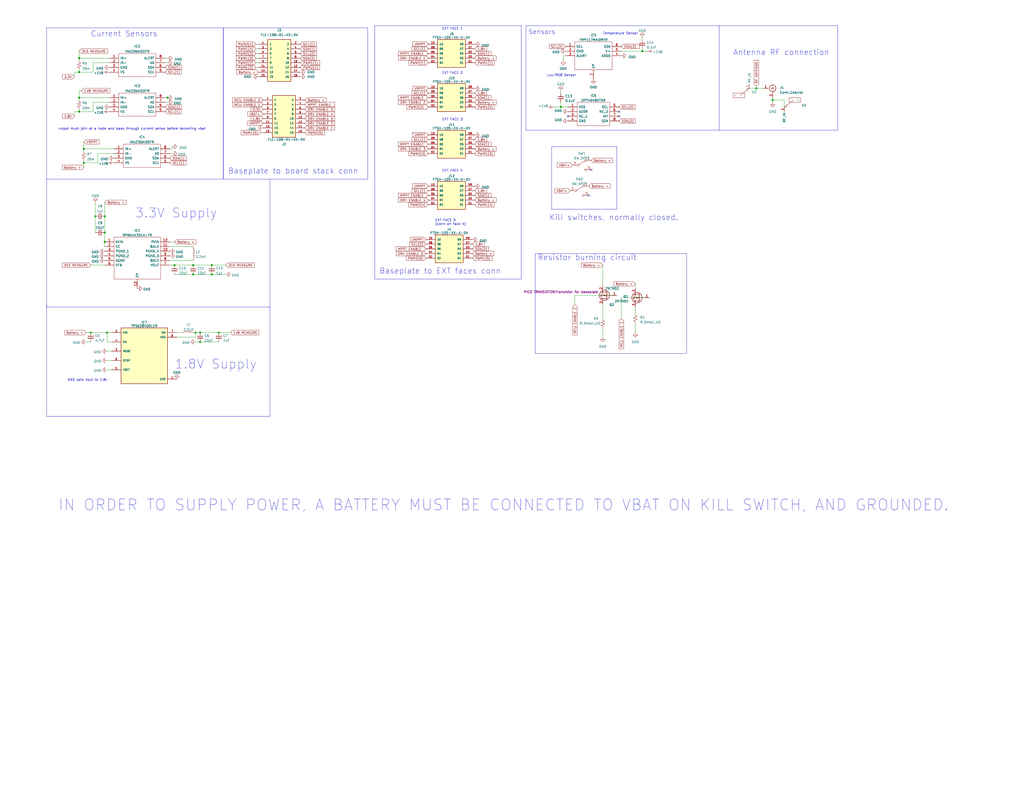
<source format=kicad_sch>
(kicad_sch (version 20230121) (generator eeschema)
  (paper "C")
  (junction (at 115.57 144.78))
  (junction (at 52.07 118.11))
  (junction (at 45.72 81.28))
  (junction (at 109.22 186.69))
  (junction (at 105.41 144.78))
  (junction (at 91.44 53.34))
  (junction (at 95.25 144.78))
  (junction (at 421.64 54.61))
  (junction (at 57.15 132.08))
  (junction (at 106.68 181.61))
  (junction (at 57.15 118.11))
  (junction (at 57.15 127))
  (junction (at 58.42 181.61))
  (junction (at 45.72 88.9))
  (junction (at 350.52 27.94))
  (junction (at 115.57 149.86))
  (junction (at 49.53 181.61))
  (junction (at 43.18 60.96))
  (junction (at 306.07 58.42))
  (junction (at 43.18 31.75))
  (junction (at 109.22 181.61))
  (junction (at 43.18 39.37))
  (junction (at 119.38 181.61))
  (junction (at 412.75 48.26))
  (junction (at 43.18 53.34))
  (junction (at 105.41 149.86))
  (no_connect (at 321.31 106.68))
  (no_connect (at 337.82 60.96))
  (no_connect (at 309.88 63.5))
  (no_connect (at 322.58 92.71))
  (no_connect (at 337.82 63.5))
  (wire (pts (xy 52.07 110.49) (xy 52.07 118.11)))
  (wire (pts (xy 59.69 31.75) (xy 43.18 31.75)))
  (wire (pts (xy 302.26 58.42) (xy 306.07 58.42)))
  (polyline (pts (xy 392.43 13.97) (xy 392.43 71.12)))
  (wire (pts (xy 43.18 33.02) (xy 43.18 31.75)))
  (wire (pts (xy 50.8 34.29) (xy 50.8 39.37)))
  (wire (pts (xy 91.44 55.88) (xy 90.17 55.88)))
  (wire (pts (xy 40.64 39.37) (xy 43.18 39.37)))
  (wire (pts (xy 93.98 83.82) (xy 92.71 83.82)))
  (polyline (pts (xy 25.4 227.33) (xy 25.4 166.37)))
  (wire (pts (xy 105.41 134.62) (xy 92.71 134.62)))
  (wire (pts (xy 50.8 55.88) (xy 59.69 55.88)))
  (wire (pts (xy 140.97 36.83) (xy 139.7 36.83)))
  (polyline (pts (xy 25.4 97.79) (xy 25.4 15.24)))
  (wire (pts (xy 412.75 46.99) (xy 412.75 48.26)))
  (polyline (pts (xy 457.2 71.12) (xy 392.43 71.12)))
  (wire (pts (xy 427.99 54.61) (xy 421.64 54.61)))
  (wire (pts (xy 43.18 49.53) (xy 43.18 53.34)))
  (wire (pts (xy 115.57 144.78) (xy 123.19 144.78)))
  (polyline (pts (xy 147.32 97.79) (xy 147.32 167.64)))
  (wire (pts (xy 328.93 179.07) (xy 328.93 184.15)))
  (wire (pts (xy 57.15 118.11) (xy 57.15 110.49)))
  (wire (pts (xy 93.98 80.01) (xy 93.98 81.28)))
  (polyline (pts (xy 147.32 227.33) (xy 147.32 167.64)))
  (wire (pts (xy 46.99 181.61) (xy 49.53 181.61)))
  (wire (pts (xy 307.34 30.48) (xy 308.61 30.48)))
  (wire (pts (xy 346.71 157.48) (xy 346.71 154.94)))
  (wire (pts (xy 119.38 181.61) (xy 125.73 181.61)))
  (wire (pts (xy 50.8 39.37) (xy 43.18 39.37)))
  (wire (pts (xy 96.52 181.61) (xy 99.06 181.61)))
  (wire (pts (xy 43.18 39.37) (xy 43.18 38.1)))
  (wire (pts (xy 45.72 88.9) (xy 45.72 87.63)))
  (wire (pts (xy 95.25 144.78) (xy 105.41 144.78)))
  (wire (pts (xy 91.44 31.75) (xy 90.17 31.75)))
  (wire (pts (xy 306.07 58.42) (xy 309.88 58.42)))
  (wire (pts (xy 306.07 49.53) (xy 306.07 50.8)))
  (wire (pts (xy 408.94 48.26) (xy 412.75 48.26)))
  (wire (pts (xy 50.8 34.29) (xy 59.69 34.29)))
  (wire (pts (xy 106.68 184.15) (xy 106.68 181.61)))
  (wire (pts (xy 109.22 186.69) (xy 119.38 186.69)))
  (wire (pts (xy 336.55 161.29) (xy 313.69 161.29)))
  (wire (pts (xy 58.42 196.85) (xy 60.96 196.85)))
  (wire (pts (xy 140.97 26.67) (xy 139.7 26.67)))
  (wire (pts (xy 40.64 41.91) (xy 40.64 39.37)))
  (wire (pts (xy 105.41 142.24) (xy 92.71 142.24)))
  (wire (pts (xy 353.06 27.94) (xy 350.52 27.94)))
  (polyline (pts (xy 287.02 71.12) (xy 287.02 13.97)))
  (polyline (pts (xy 25.4 167.64) (xy 147.32 167.64)))
  (wire (pts (xy 57.15 134.62) (xy 57.15 132.08)))
  (wire (pts (xy 105.41 149.86) (xy 95.25 149.86)))
  (wire (pts (xy 109.22 181.61) (xy 119.38 181.61)))
  (polyline (pts (xy 392.43 71.12) (xy 287.02 71.12)))
  (wire (pts (xy 58.42 191.77) (xy 60.96 191.77)))
  (wire (pts (xy 106.68 186.69) (xy 109.22 186.69)))
  (wire (pts (xy 53.34 83.82) (xy 62.23 83.82)))
  (wire (pts (xy 93.98 81.28) (xy 92.71 81.28)))
  (wire (pts (xy 57.15 144.78) (xy 49.53 144.78)))
  (wire (pts (xy 307.34 30.48) (xy 307.34 33.02)))
  (wire (pts (xy 43.18 31.75) (xy 43.18 27.94)))
  (wire (pts (xy 328.93 156.21) (xy 328.93 144.78)))
  (wire (pts (xy 91.44 34.29) (xy 90.17 34.29)))
  (polyline (pts (xy 25.4 15.24) (xy 121.92 15.24)))
  (polyline (pts (xy 82.55 227.33) (xy 147.32 227.33)))
  (wire (pts (xy 52.07 118.11) (xy 52.07 127)))
  (wire (pts (xy 339.09 162.56) (xy 339.09 173.99)))
  (wire (pts (xy 346.71 181.61) (xy 346.71 176.53)))
  (wire (pts (xy 62.23 81.28) (xy 45.72 81.28)))
  (wire (pts (xy 115.57 149.86) (xy 105.41 149.86)))
  (wire (pts (xy 45.72 82.55) (xy 45.72 81.28)))
  (wire (pts (xy 412.75 48.26) (xy 416.56 48.26)))
  (wire (pts (xy 328.93 166.37) (xy 328.93 173.99)))
  (wire (pts (xy 96.52 184.15) (xy 106.68 184.15)))
  (wire (pts (xy 58.42 181.61) (xy 58.42 186.69)))
  (wire (pts (xy 50.8 60.96) (xy 43.18 60.96)))
  (wire (pts (xy 92.71 144.78) (xy 95.25 144.78)))
  (wire (pts (xy 59.69 53.34) (xy 43.18 53.34)))
  (polyline (pts (xy 457.2 13.97) (xy 457.2 71.12)))
  (wire (pts (xy 49.53 181.61) (xy 58.42 181.61)))
  (wire (pts (xy 43.18 54.61) (xy 43.18 53.34)))
  (wire (pts (xy 421.64 54.61) (xy 421.64 55.88)))
  (polyline (pts (xy 82.55 227.33) (xy 25.4 227.33)))
  (wire (pts (xy 140.97 31.75) (xy 139.7 31.75)))
  (wire (pts (xy 43.18 60.96) (xy 43.18 59.69)))
  (wire (pts (xy 45.72 81.28) (xy 45.72 77.47)))
  (wire (pts (xy 57.15 127) (xy 57.15 118.11)))
  (wire (pts (xy 354.33 162.56) (xy 339.09 162.56)))
  (wire (pts (xy 140.97 34.29) (xy 139.7 34.29)))
  (wire (pts (xy 427.99 58.42) (xy 427.99 54.61)))
  (polyline (pts (xy 392.43 13.97) (xy 457.2 13.97)))
  (wire (pts (xy 58.42 181.61) (xy 60.96 181.61)))
  (wire (pts (xy 40.64 63.5) (xy 40.64 60.96)))
  (wire (pts (xy 106.68 181.61) (xy 109.22 181.61)))
  (polyline (pts (xy 25.4 97.79) (xy 25.4 167.64)))
  (wire (pts (xy 140.97 24.13) (xy 139.7 24.13)))
  (wire (pts (xy 58.42 186.69) (xy 60.96 186.69)))
  (wire (pts (xy 306.07 55.88) (xy 306.07 58.42)))
  (wire (pts (xy 350.52 20.32) (xy 350.52 21.59)))
  (wire (pts (xy 95.25 132.08) (xy 92.71 132.08)))
  (wire (pts (xy 91.44 52.07) (xy 91.44 53.34)))
  (wire (pts (xy 40.64 60.96) (xy 43.18 60.96)))
  (polyline (pts (xy 121.92 97.79) (xy 25.4 97.79)))
  (wire (pts (xy 91.44 53.34) (xy 90.17 53.34)))
  (wire (pts (xy 123.19 149.86) (xy 115.57 149.86)))
  (wire (pts (xy 57.15 132.08) (xy 57.15 127)))
  (wire (pts (xy 53.34 83.82) (xy 53.34 88.9)))
  (wire (pts (xy 46.99 186.69) (xy 49.53 186.69)))
  (wire (pts (xy 44.45 49.53) (xy 43.18 49.53)))
  (wire (pts (xy 53.34 88.9) (xy 45.72 88.9)))
  (wire (pts (xy 313.69 161.29) (xy 313.69 166.37)))
  (wire (pts (xy 105.41 144.78) (xy 115.57 144.78)))
  (wire (pts (xy 142.24 72.39) (xy 143.51 72.39)))
  (wire (pts (xy 140.97 29.21) (xy 139.7 29.21)))
  (wire (pts (xy 45.72 91.44) (xy 45.72 88.9)))
  (wire (pts (xy 50.8 55.88) (xy 50.8 60.96)))
  (wire (pts (xy 350.52 26.67) (xy 350.52 27.94)))
  (polyline (pts (xy 287.02 13.97) (xy 392.43 13.97)))
  (wire (pts (xy 346.71 167.64) (xy 346.71 171.45)))
  (polyline (pts (xy 121.92 15.24) (xy 121.92 97.79)))
  (wire (pts (xy 58.42 201.93) (xy 60.96 201.93)))
  (wire (pts (xy 350.52 27.94) (xy 339.09 27.94)))
  (wire (pts (xy 421.64 53.34) (xy 421.64 54.61)))
  (rectangle (start 300.99 80.01) (end 336.55 114.3))
  (rectangle (start 292.1 138.43) (end 374.65 193.04))
  (rectangle (start 204.47 13.97) (end 284.48 152.4))
  (rectangle (start 121.92 15.24) (end 200.66 97.79))
  (text "EXT FACE 2\n" (at 241.3 40.64 0) (effects (font (size 1.27 1.27)) (justify left bottom)))
  (text "IN ORDER TO SUPPLY POWER, A BATTERY MUST BE CONNECTED TO VBAT ON KILL SWITCH, AND GROUNDED. \n" (at 31.75 279.4 0) (effects (font (size 6 6)) (justify left bottom)))
  (text "Baseplate to EXT faces conn\n" (at 207.01 149.86 0) (effects (font (size 3 3)) (justify left bottom)))
  (text "Kill switches, normally closed. \n" (at 299.72 120.65 0) (effects (font (size 3 3)) (justify left bottom)))
  (text "Antenna RF connection \n" (at 400.05 30.48 0) (effects (font (size 3 3)) (justify left bottom)))
  (text "Sensors" (at 288.29 19.05 0) (effects (font (size 2.5 2.5)) (justify left bottom)))
  (text "GND sets Vout to 1.8v" (at 36.83 208.28 0) (effects (font (size 1.27 1.27)) (justify left bottom)))
  (text "EXT FACE 4" (at 241.3 93.98 0) (effects (font (size 1.27 1.27)) (justify left bottom)))
  (text "Lux/RGB Sensor" (at 298.45 41.91 0) (effects (font (size 1.27 1.27)) (justify left bottom)))
  (text "Current Sensors" (at 49.53 20.32 0) (effects (font (size 3 3)) (justify left bottom)))
  (text "Temperature Sensor" (at 328.93 19.05 0) (effects (font (size 1.27 1.27)) (justify left bottom)))
  (text "3.3V Supply" (at 73.66 119.38 0) (effects (font (size 5 5)) (justify left bottom)))
  (text "vmppt must join at a node and pass through current senso before becoming vbat \n" (at 31.75 71.12 0) (effects (font (size 1.27 1.27)) (justify left bottom)))
  (text "Baseplate to board stack conn\n" (at 124.46 95.25 0) (effects (font (size 3 3)) (justify left bottom)))
  (text "EXT FACE 1\n" (at 241.3 16.51 0) (effects (font (size 1.27 1.27)) (justify left bottom)))
  (text "EXT FACE 5\n(conn on face 4)\n" (at 237.49 123.19 0) (effects (font (size 1.27 1.27)) (justify left bottom)))
  (text "Resistor burning circuit \n\n" (at 293.37 147.32 0) (effects (font (size 3 3)) (justify left bottom)))
  (text "1.8V Supply" (at 95.25 201.93 0) (effects (font (size 5 5)) (justify left bottom)))
  (text "EXT FACE 3\n" (at 241.3 66.04 0) (effects (font (size 1.27 1.27)) (justify left bottom)))
  (global_label "SCL(1)" (shape input) (at 233.68 76.2 180) (property "Intersheetrefs" "${INTERSHEET_REFS}" (effects hide)))
  (global_label "VMPPT" (shape input) (at 233.68 101.6 180) (property "Intersheetrefs" "${INTERSHEET_REFS}" (effects hide)))
  (global_label "Battery +" (shape input) (at 322.58 87.63 0) (property "Intersheetrefs" "${INTERSHEET_REFS}" (effects hide)))
  (global_label "MPPT ENABLE " (shape input) (at 166.37 57.15 0) (property "Intersheetrefs" "${INTERSHEET_REFS}" (effects hide)))
  (global_label "PWM1(2)" (shape input) (at 139.7 36.83 180) (property "Intersheetrefs" "${INTERSHEET_REFS}" (effects hide)))
  (global_label "3.3V" (shape input) (at 143.51 59.69 180) (property "Intersheetrefs" "${INTERSHEET_REFS}" (effects hide)))
  (global_label "SCL(2)" (shape input) (at 232.41 133.35 180) (property "Intersheetrefs" "${INTERSHEET_REFS}" (effects hide)))
  (global_label "VBAT+" (shape input) (at 312.42 90.17 180) (property "Intersheetrefs" "${INTERSHEET_REFS}" (effects hide)))
  (global_label "1.8V" (shape input) (at 259.08 26.67 0) (property "Intersheetrefs" "${INTERSHEET_REFS}" (effects hide)))
  (global_label "VMPPT" (shape input) (at 233.68 73.66 180) (property "Intersheetrefs" "${INTERSHEET_REFS}" (effects hide)))
  (global_label "MPPT ENABLE " (shape input) (at 233.68 29.21 180) (property "Intersheetrefs" "${INTERSHEET_REFS}" (effects hide)))
  (global_label "PWM1(5)" (shape input) (at 257.81 140.97 0) (property "Intersheetrefs" "${INTERSHEET_REFS}" (effects hide)))
  (global_label "PWM2(1)" (shape input) (at 233.68 34.29 180) (property "Intersheetrefs" "${INTERSHEET_REFS}" (effects hide)))
  (global_label "SDA(1)" (shape input) (at 259.08 29.21 0) (property "Intersheetrefs" "${INTERSHEET_REFS}" (effects hide)))
  (global_label "PWM2(2)" (shape input) (at 139.7 34.29 180) (property "Intersheetrefs" "${INTERSHEET_REFS}" (effects hide)))
  (global_label "1.8V" (shape input) (at 259.08 76.2 0) (property "Intersheetrefs" "${INTERSHEET_REFS}" (effects hide)))
  (global_label "3V3 MEASURE" (shape input) (at 123.19 144.78 0) (property "Intersheetrefs" "${INTERSHEET_REFS}" (effects hide)))
  (global_label "SCL(1)" (shape input) (at 163.83 24.13 0) (property "Intersheetrefs" "${INTERSHEET_REFS}" (effects hide)))
  (global_label "VMPPT" (shape input) (at 232.41 130.81 180) (property "Intersheetrefs" "${INTERSHEET_REFS}" (effects hide)))
  (global_label "VMPPT" (shape input) (at 233.68 48.26 180) (property "Intersheetrefs" "${INTERSHEET_REFS}" (effects hide)))
  (global_label "DRV ENABLE 4" (shape input) (at 233.68 109.22 180) (property "Intersheetrefs" "${INTERSHEET_REFS}" (effects hide)))
  (global_label "VMPPT" (shape input) (at 45.72 77.47 0) (property "Intersheetrefs" "${INTERSHEET_REFS}" (effects hide)))
  (global_label "SDA(1)" (shape input) (at 259.08 106.68 0) (property "Intersheetrefs" "${INTERSHEET_REFS}" (effects hide)))
  (global_label "Battery +" (shape input) (at 259.08 81.28 0) (property "Intersheetrefs" "${INTERSHEET_REFS}" (effects hide)))
  (global_label "RF ANTENNA" (shape input) (at 412.75 46.99 90) (property "Intersheetrefs" "${INTERSHEET_REFS}" (effects hide)))
  (global_label "MCU ENABLE 1" (shape input) (at 339.09 173.99 270) (property "Intersheetrefs" "${INTERSHEET_REFS}" (effects hide)))
  (global_label "VBAT+" (shape input) (at 143.51 62.23 180) (property "Intersheetrefs" "${INTERSHEET_REFS}" (effects hide)))
  (global_label "SDA(2) " (shape input) (at 339.09 25.4 0) (property "Intersheetrefs" "${INTERSHEET_REFS}" (effects hide)))
  (global_label "Battery +" (shape input) (at 95.25 132.08 0) (property "Intersheetrefs" "${INTERSHEET_REFS}" (effects hide)))
  (global_label "PWM1(2)" (shape input) (at 259.08 58.42 0) (property "Intersheetrefs" "${INTERSHEET_REFS}" (effects hide)))
  (global_label "MPPT ENABLE " (shape input) (at 233.68 78.74 180) (property "Intersheetrefs" "${INTERSHEET_REFS}" (effects hide)))
  (global_label "Battery +" (shape input) (at 328.93 144.78 180) (property "Intersheetrefs" "${INTERSHEET_REFS}" (effects hide)))
  (global_label "SCL(1)" (shape input) (at 233.68 104.14 180) (property "Intersheetrefs" "${INTERSHEET_REFS}" (effects hide)))
  (global_label "1.8V" (shape input) (at 257.81 133.35 0) (property "Intersheetrefs" "${INTERSHEET_REFS}" (effects hide)))
  (global_label "PWM1(1)" (shape input) (at 259.08 34.29 0) (property "Intersheetrefs" "${INTERSHEET_REFS}" (effects hide)))
  (global_label "DRV ENABLE 4" (shape input) (at 166.37 62.23 0) (property "Intersheetrefs" "${INTERSHEET_REFS}" (effects hide)))
  (global_label "MPPT ENABLE " (shape input) (at 232.41 135.89 180) (property "Intersheetrefs" "${INTERSHEET_REFS}" (effects hide)))
  (global_label "SDA(2)" (shape input) (at 337.82 66.04 0) (property "Intersheetrefs" "${INTERSHEET_REFS}" (effects hide)))
  (global_label "PWM1(3)" (shape input) (at 139.7 31.75 180) (property "Intersheetrefs" "${INTERSHEET_REFS}" (effects hide)))
  (global_label "SDA(2)" (shape input) (at 163.83 31.75 0) (property "Intersheetrefs" "${INTERSHEET_REFS}" (effects hide)))
  (global_label "VBAT+" (shape input) (at 311.15 104.14 180) (property "Intersheetrefs" "${INTERSHEET_REFS}" (effects hide)))
  (global_label "SCL(1)" (shape input) (at 233.68 26.67 180) (property "Intersheetrefs" "${INTERSHEET_REFS}" (effects hide)))
  (global_label "PWM1(4)" (shape input) (at 259.08 111.76 0) (property "Intersheetrefs" "${INTERSHEET_REFS}" (effects hide)))
  (global_label "1.8V" (shape input) (at 259.08 50.8 0) (property "Intersheetrefs" "${INTERSHEET_REFS}" (effects hide)))
  (global_label "PWM2(5)" (shape input) (at 232.41 140.97 180) (property "Intersheetrefs" "${INTERSHEET_REFS}" (effects hide)))
  (global_label "1V8 MEASURE" (shape input) (at 125.73 181.61 0) (property "Intersheetrefs" "${INTERSHEET_REFS}" (effects hide)))
  (global_label "PWM2(4)" (shape input) (at 139.7 24.13 180) (property "Intersheetrefs" "${INTERSHEET_REFS}" (effects hide)))
  (global_label "PWM2(1)" (shape input) (at 163.83 36.83 0) (property "Intersheetrefs" "${INTERSHEET_REFS}" (effects hide)))
  (global_label "Battery +" (shape input) (at 259.08 55.88 0) (property "Intersheetrefs" "${INTERSHEET_REFS}" (effects hide)))
  (global_label "SCL(2)" (shape input) (at 163.83 29.21 0) (property "Intersheetrefs" "${INTERSHEET_REFS}" (effects hide)))
  (global_label "PWM1(4)" (shape input) (at 139.7 26.67 180) (property "Intersheetrefs" "${INTERSHEET_REFS}" (effects hide)))
  (global_label "SDA(1)" (shape input) (at 259.08 53.34 0) (property "Intersheetrefs" "${INTERSHEET_REFS}" (effects hide)))
  (global_label "PWM2(5)" (shape input) (at 166.37 72.39 0) (property "Intersheetrefs" "${INTERSHEET_REFS}" (effects hide)))
  (global_label "Battery +" (shape input) (at 259.08 109.22 0) (property "Intersheetrefs" "${INTERSHEET_REFS}" (effects hide)))
  (global_label "PWM1(1)" (shape input) (at 163.83 34.29 0) (property "Intersheetrefs" "${INTERSHEET_REFS}" (effects hide)))
  (global_label "VMPPT" (shape input) (at 143.51 67.31 180) (property "Intersheetrefs" "${INTERSHEET_REFS}" (effects hide)))
  (global_label "3V3 MEASURE" (shape input) (at 43.18 27.94 0) (property "Intersheetrefs" "${INTERSHEET_REFS}" (effects hide)))
  (global_label "SCL(1)" (shape input) (at 92.71 88.9 0) (property "Intersheetrefs" "${INTERSHEET_REFS}" (effects hide)))
  (global_label "DRV ENABLE 1" (shape input) (at 166.37 69.85 0) (property "Intersheetrefs" "${INTERSHEET_REFS}" (effects hide)))
  (global_label "SCL(1)" (shape input) (at 90.17 39.37 0) (property "Intersheetrefs" "${INTERSHEET_REFS}" (effects hide)))
  (global_label "SDA(1)" (shape input) (at 90.17 58.42 0) (property "Intersheetrefs" "${INTERSHEET_REFS}" (effects hide)))
  (global_label "Battery +" (shape input) (at 346.71 154.94 180) (property "Intersheetrefs" "${INTERSHEET_REFS}" (effects hide)))
  (global_label "SDA(2)" (shape input) (at 257.81 135.89 0) (property "Intersheetrefs" "${INTERSHEET_REFS}" (effects hide)))
  (global_label "1.8V" (shape input) (at 143.51 64.77 180) (property "Intersheetrefs" "${INTERSHEET_REFS}" (effects hide)))
  (global_label "DRV ENABLE 5" (shape input) (at 166.37 59.69 0) (property "Intersheetrefs" "${INTERSHEET_REFS}" (effects hide)))
  (global_label "Battery +" (shape input) (at 140.97 39.37 180) (property "Intersheetrefs" "${INTERSHEET_REFS}" (effects hide)))
  (global_label "Battery +" (shape input) (at 46.99 181.61 180) (property "Intersheetrefs" "${INTERSHEET_REFS}" (effects hide)))
  (global_label "1V8 MEASURE" (shape input) (at 44.45 49.53 0) (property "Intersheetrefs" "${INTERSHEET_REFS}" (effects hide)))
  (global_label "Battery +" (shape input) (at 45.72 91.44 180) (property "Intersheetrefs" "${INTERSHEET_REFS}" (effects hide)))
  (global_label "SDA(1)" (shape input) (at 92.71 86.36 0) (property "Intersheetrefs" "${INTERSHEET_REFS}" (effects hide)))
  (global_label "Battery +" (shape input) (at 257.81 138.43 0) (property "Intersheetrefs" "${INTERSHEET_REFS}" (effects hide)))
  (global_label "MPPT ENABLE " (shape input) (at 233.68 53.34 180) (property "Intersheetrefs" "${INTERSHEET_REFS}" (effects hide)))
  (global_label "PWM2(3)" (shape input) (at 233.68 83.82 180) (property "Intersheetrefs" "${INTERSHEET_REFS}" (effects hide)))
  (global_label "1.8V" (shape input) (at 40.64 63.5 180) (property "Intersheetrefs" "${INTERSHEET_REFS}" (effects hide)))
  (global_label "DRV ENABLE 3" (shape input) (at 166.37 64.77 0) (property "Intersheetrefs" "${INTERSHEET_REFS}" (effects hide)))
  (global_label "PWM2(2) " (shape input) (at 233.68 58.42 180) (property "Intersheetrefs" "${INTERSHEET_REFS}" (effects hide)))
  (global_label "3V3 MEASURE" (shape input) (at 49.53 144.78 180) (property "Intersheetrefs" "${INTERSHEET_REFS}" (effects hide)))
  (global_label "3.3V" (shape input) (at 40.64 41.91 180) (property "Intersheetrefs" "${INTERSHEET_REFS}" (effects hide)))
  (global_label "SCL(1)" (shape input) (at 233.68 50.8 180) (property "Intersheetrefs" "${INTERSHEET_REFS}" (effects hide)))
  (global_label "PWM2(3)" (shape input) (at 139.7 29.21 180) (property "Intersheetrefs" "${INTERSHEET_REFS}" (effects hide)))
  (global_label "DRV ENABLE 2" (shape input) (at 233.68 55.88 180) (property "Intersheetrefs" "${INTERSHEET_REFS}" (effects hide)))
  (global_label "PWM1(5)" (shape input) (at 142.24 72.39 180) (property "Intersheetrefs" "${INTERSHEET_REFS}" (effects hide)))
  (global_label "SCL(1)" (shape input) (at 90.17 60.96 0) (property "Intersheetrefs" "${INTERSHEET_REFS}" (effects hide)))
  (global_label "Battery +" (shape input) (at 57.15 110.49 0) (property "Intersheetrefs" "${INTERSHEET_REFS}" (effects hide)))
  (global_label "Battery +" (shape input) (at 321.31 101.6 0) (property "Intersheetrefs" "${INTERSHEET_REFS}" (effects hide)))
  (global_label "DRV ENABLE 1" (shape input) (at 233.68 31.75 180) (property "Intersheetrefs" "${INTERSHEET_REFS}" (effects hide)))
  (global_label "1.8V" (shape input) (at 259.08 104.14 0) (property "Intersheetrefs" "${INTERSHEET_REFS}" (effects hide)))
  (global_label "MCU ENABLE 2" (shape input) (at 313.69 166.37 270) (property "Intersheetrefs" "${INTERSHEET_REFS}" (effects hide)))
  (global_label "SDA(1)" (shape input) (at 259.08 78.74 0) (property "Intersheetrefs" "${INTERSHEET_REFS}" (effects hide)))
  (global_label "DRV ENABLE 5" (shape input) (at 232.41 138.43 180) (property "Intersheetrefs" "${INTERSHEET_REFS}" (effects hide)))
  (global_label "SDA(1)" (shape input) (at 90.17 36.83 0) (property "Intersheetrefs" "${INTERSHEET_REFS}" (effects hide)))
  (global_label "VMPPT" (shape input) (at 233.68 24.13 180) (property "Intersheetrefs" "${INTERSHEET_REFS}" (effects hide)))
  (global_label "PWM1(3)" (shape input) (at 259.08 83.82 0) (property "Intersheetrefs" "${INTERSHEET_REFS}" (effects hide)))
  (global_label "PWM2(4)" (shape input) (at 233.68 111.76 180) (property "Intersheetrefs" "${INTERSHEET_REFS}" (effects hide)))
  (global_label "MCU ENABLE 1" (shape input) (at 143.51 57.15 180) (property "Intersheetrefs" "${INTERSHEET_REFS}" (effects hide)))
  (global_label "Battery +" (shape input) (at 259.08 31.75 0) (property "Intersheetrefs" "${INTERSHEET_REFS}" (effects hide)))
  (global_label "DRV ENABLE 3" (shape input) (at 233.68 81.28 180) (property "Intersheetrefs" "${INTERSHEET_REFS}" (effects hide)))
  (global_label "MCU ENABLE 2" (shape input) (at 143.51 54.61 180) (property "Intersheetrefs" "${INTERSHEET_REFS}" (effects hide)))
  (global_label "SCL(2)" (shape input) (at 337.82 58.42 0) (property "Intersheetrefs" "${INTERSHEET_REFS}" (effects hide)))
  (global_label "SCL(2)" (shape input) (at 308.61 25.4 180) (property "Intersheetrefs" "${INTERSHEET_REFS}" (effects hide)))
  (global_label "SDA(1)" (shape input) (at 163.83 26.67 0) (property "Intersheetrefs" "${INTERSHEET_REFS}" (effects hide)))
  (global_label "MPPT ENABLE " (shape input) (at 233.68 106.68 180) (property "Intersheetrefs" "${INTERSHEET_REFS}" (effects hide)))
  (global_label "DRV ENABLE 2" (shape input) (at 166.37 67.31 0) (property "Intersheetrefs" "${INTERSHEET_REFS}" (effects hide)))
  (global_label "Battery +" (shape input) (at 166.37 54.61 0) (property "Intersheetrefs" "${INTERSHEET_REFS}" (effects hide)))
  (symbol (lib_id "power:GND") (at 93.98 80.01 90) (unit 1)
    (property "Reference" "#PWR042" (effects hide))
    (property "Value" "GND" (at 97.79 80.645 90) (effects (justify right)))
  )
  (symbol (lib_name "GND_3") (lib_id "power:GND") (at 46.99 186.69 270) (unit 1)
    (property "Reference" "#PWR015" (effects hide))
    (property "Value" "GND" (at 43.8151 187.1238 90) (effects (justify right)))
  )
  (symbol (lib_name "GND_4") (lib_id "power:GND") (at 58.42 191.77 270) (unit 1)
    (property "Reference" "#PWR016" (effects hide))
    (property "Value" "GND" (at 55.2451 192.2038 90) (effects (justify right)))
  )
  (symbol (lib_id "power:GND") (at 257.81 130.81 90) (unit 1)
    (property "Reference" "#PWR013" (effects hide))
    (property "Value" "GND" (at 261.62 131.445 90) (effects (justify right)))
  )
  (symbol (lib_id "power:GND") (at 143.51 69.85 270) (unit 1)
    (property "Reference" "#PWR011" (effects hide))
    (property "Value" "GND" (at 139.7 70.485 90) (effects (justify right)))
  )
  (symbol (lib_id "Transistor_FET:2N7002") (at 349.25 162.56 180) (unit 1)
    (property "Reference" "Q1" (at 342.9 161.925 0) (effects (justify left)))
    (property "Value" "2N7002" (at 342.9 164.465 0) (effects (justify left)))
    (property "Footprint" "PICO TRANSISTOR:Transistor for baseplate" (effects hide))
    (property "Datasheet" "https://www.onsemi.com/pub/Collateral/NDS7002A-D.PDF" (effects hide))
  )
  (symbol (lib_id "power:GND") (at 421.64 55.88 0) (unit 1)
    (property "Reference" "#PWR08" (effects hide))
    (property "Value" "GND" (at 421.64 60.96 0))
  )
  (symbol (lib_id "Device:R_Small_US") (at 45.72 85.09 0) (unit 1)
    (property "Reference" "R7" (at 47.371 84.1815 0) (effects (justify left)))
    (property "Value" "20m" (at 47.371 86.9566 0) (effects (justify left)))
    (property "Footprint" "Resistor_SMD:R_1020_2550Metric" (effects hide))
  )
  (symbol (lib_id "Device:R_Small_US") (at 346.71 173.99 0) (unit 1)
    (property "Reference" "R1" (at 349.25 173.355 0) (effects (justify left)))
    (property "Value" "R_Small_US" (at 349.25 175.895 0) (effects (justify left)))
    (property "Footprint" "Resistor_THT:R_Axial_DIN0204_L3.6mm_D1.6mm_P7.62mm_Horizontal" (effects hide))
  )
  (symbol (lib_name "GND_5") (lib_id "power:GND") (at 58.42 196.85 270) (unit 1)
    (property "Reference" "#PWR017" (effects hide))
    (property "Value" "GND" (at 55.2451 197.2838 90) (effects (justify right)))
  )
  (symbol (lib_name "+1V8_2") (lib_id "power:+1V8") (at 59.69 60.96 90) (unit 1)
    (property "Reference" "#PWR037" (effects hide))
    (property "Value" "+1V8" (at 56.515 61.439 90) (effects (justify left)))
  )
  (symbol (lib_name "GND_6") (lib_id "power:GND") (at 339.09 30.48 90) (unit 1)
    (property "Reference" "#PWR051" (effects hide))
    (property "Value" "GND" (at 342.9 31.115 90) (effects (justify right)))
  )
  (symbol (lib_id "Device:C_Small") (at 119.38 184.15 0) (unit 1)
    (property "Reference" "C7" (at 121.7041 183.3216 0) (effects (justify left)))
    (property "Value" "1uF" (at 121.7041 185.8585 0) (effects (justify left)))
    (property "Footprint" "Capacitor_SMD:C_0402_1005Metric" (effects hide))
  )
  (symbol (lib_id "Device:C_Small") (at 115.57 147.32 0) (unit 1)
    (property "Reference" "C12" (at 117.8941 146.4178 0) (effects (justify left)))
    (property "Value" "1uF" (at 117.8941 149.1929 0) (effects (justify left)))
    (property "Footprint" "Capacitor_SMD:C_0402_1005Metric" (effects hide))
  )
  (symbol (lib_id "power:GND") (at 91.44 34.29 90) (unit 1)
    (property "Reference" "#PWR034" (effects hide))
    (property "Value" "GND" (at 94.615 34.7238 90) (effects (justify right)))
  )
  (symbol (lib_id "power:GND") (at 259.08 73.66 90) (unit 1)
    (property "Reference" "#PWR06" (effects hide))
    (property "Value" "GND" (at 262.89 74.295 90) (effects (justify right)))
  )
  (symbol (lib_id "power:GND") (at 91.44 55.88 90) (unit 1)
    (property "Reference" "#PWR038" (effects hide))
    (property "Value" "GND" (at 94.615 56.3138 90) (effects (justify right)))
  )
  (symbol (lib_id "Connector:Conn_Coaxial") (at 421.64 48.26 0) (unit 1)
    (property "Reference" "J1" (at 425.45 47.9182 0) (effects (justify left)))
    (property "Value" "Conn_Coaxial" (at 425.45 50.4582 0) (effects (justify left)))
    (property "Footprint" "Connector_Coaxial:U.FL_Molex_MCRF_73412-0110_Vertical" (effects hide))
    (property "Datasheet" " ~" (effects hide))
  )
  (symbol (lib_id "INA236AIDDFR:INA236AIDDFR") (at 59.69 31.75 0) (unit 1)
    (property "Reference" "IC2" (at 74.93 25.2943 0))
    (property "Value" "INA236AIDDFR" (at 74.93 28.0694 0))
    (property "Footprint" "INA236AIDDFR:SOP65P280X110-8N" (effects hide))
    (property "Datasheet" "https://www.ti.com/lit/ds/symlink/ina236.pdf" (effects hide))
    (property "Description" "Texas Instruments" (effects hide))
    (property "Height" "1.1" (effects hide))
    (property "Manufacturer_Name" "Texas Instruments" (effects hide))
    (property "Manufacturer_Part_Number" "INA236AIDDFR" (effects hide))
    (property "Mouser Part Number" "595-INA236AIDDFR" (effects hide))
    (property "Mouser Price/Stock" "https://www.mouser.co.uk/ProductDetail/Texas-Instruments/INA236AIDDFR?qs=amGC7iS6iy%252BrvgC7WgsvdQ%3D%3D" (effects hide))
  )
  (symbol (lib_id "power:GND") (at 346.71 181.61 0) (unit 1)
    (property "Reference" "#PWR02" (effects hide))
    (property "Value" "GND" (at 346.71 186.69 0))
  )
  (symbol (lib_id "Device:C_Small") (at 350.52 24.13 0) (unit 1)
    (property "Reference" "C14" (at 352.8441 23.3016 0) (effects (justify left)))
    (property "Value" "0.1uF" (at 352.8441 25.8385 0) (effects (justify left)))
    (property "Footprint" "Capacitor_SMD:C_0402_1005Metric" (effects hide))
  )
  (symbol (lib_id "Device:R_Small_US") (at 43.18 57.15 0) (unit 1)
    (property "Reference" "R6" (at 44.831 56.2415 0) (effects (justify left)))
    (property "Value" "20m" (at 44.831 59.0166 0) (effects (justify left)))
    (property "Footprint" "Resistor_SMD:R_1020_2550Metric" (effects hide))
  )
  (symbol (lib_id "power:GND") (at 91.44 31.75 90) (unit 1)
    (property "Reference" "#PWR040" (effects hide))
    (property "Value" "GND" (at 95.25 32.385 90) (effects (justify right)))
  )
  (symbol (lib_name "+1V8_2") (lib_id "power:+1V8") (at 59.69 39.37 90) (unit 1)
    (property "Reference" "#PWR033" (effects hide))
    (property "Value" "+1V8" (at 56.515 39.849 90) (effects (justify left)))
  )
  (symbol (lib_id "Device:C_Small") (at 54.61 118.11 90) (unit 1)
    (property "Reference" "C8" (at 54.6163 112.5814 90))
    (property "Value" "1uF" (at 54.6163 115.3565 90))
    (property "Footprint" "Capacitor_SMD:C_0402_1005Metric" (effects hide))
  )
  (symbol (lib_id "Switch:SW_SPDT") (at 317.5 90.17 0) (unit 1)
    (property "Reference" "SW1" (at 317.5 83.82 0))
    (property "Value" "SW_SPDT" (at 317.5 86.36 0))
    (property "Footprint" "LIB_D2F-L2-A1 (1):D2FL2A1" (effects hide))
  )
  (symbol (lib_id "INA236AIDDFR:INA236AIDDFR") (at 62.23 81.28 0) (unit 1)
    (property "Reference" "IC4" (at 77.47 74.8243 0))
    (property "Value" "INA236AIDDFR" (at 77.47 77.5994 0))
    (property "Footprint" "INA236AIDDFR:SOP65P280X110-8N" (effects hide))
    (property "Datasheet" "https://www.ti.com/lit/ds/symlink/ina236.pdf" (effects hide))
    (property "Description" "Texas Instruments" (effects hide))
    (property "Height" "1.1" (effects hide))
    (property "Manufacturer_Name" "Texas Instruments" (effects hide))
    (property "Manufacturer_Part_Number" "INA236AIDDFR" (effects hide))
    (property "Mouser Part Number" "595-INA236AIDDFR" (effects hide))
    (property "Mouser Price/Stock" "https://www.mouser.co.uk/ProductDetail/Texas-Instruments/INA236AIDDFR?qs=amGC7iS6iy%252BrvgC7WgsvdQ%3D%3D" (effects hide))
  )
  (symbol (lib_id "extface conn:FTSH-105-XX-X-DV") (at 246.38 78.74 180) (unit 1)
    (property "Reference" "J11" (at 246.38 68.1101 0))
    (property "Value" "FTSH-105-XX-X-DV" (at 246.38 70.0311 0))
    (property "Footprint" "FTSH-105-01-L-DV:SAMTEC_FTSH-105-XX-X-DV" (effects hide))
    (property "PARTREV" "H" (effects hide))
    (property "STANDARD" "Manufacturer Recommendation" (effects hide))
    (property "MANUFACTURER" "Samtec" (effects hide))
  )
  (symbol (lib_id "power:GND") (at 92.71 139.7 90) (unit 1)
    (property "Reference" "#PWR028" (effects hide))
    (property "Value" "GND" (at 95.885 140.179 90) (effects (justify right)))
  )
  (symbol (lib_name "GND_1") (lib_id "power:GND") (at 96.52 207.01 180) (unit 1)
    (property "Reference" "#PWR019" (effects hide))
    (property "Value" "GND" (at 96.52 203.4342 0))
  )
  (symbol (lib_id "Device:C_Small") (at 105.41 147.32 0) (unit 1)
    (property "Reference" "C11" (at 107.7341 146.4916 0) (effects (justify left)))
    (property "Value" "10uF" (at 107.7341 149.0285 0) (effects (justify left)))
    (property "Footprint" "Capacitor_SMD:C_0402_1005Metric" (effects hide))
  )
  (symbol (lib_id "power:GND") (at 140.97 41.91 270) (unit 1)
    (property "Reference" "#PWR014" (effects hide))
    (property "Value" "GND" (at 137.16 41.91 90) (effects (justify right)))
  )
  (symbol (lib_id "power:GND") (at 308.61 27.94 270) (unit 1)
    (property "Reference" "#PWR045" (effects hide))
    (property "Value" "GND" (at 305.4351 28.3738 90) (effects (justify right)))
  )
  (symbol (lib_id "power:GND") (at 323.85 43.18 0) (unit 1)
    (property "Reference" "#PWR047" (effects hide))
    (property "Value" "GND" (at 323.85 47.6234 0))
  )
  (symbol (lib_id "power:GND") (at 306.07 49.53 180) (unit 1)
    (property "Reference" "#PWR043" (effects hide))
    (property "Value" "GND" (at 306.07 45.9542 0))
  )
  (symbol (lib_id "power:GND") (at 92.71 137.16 90) (unit 1)
    (property "Reference" "#PWR027" (effects hide))
    (property "Value" "GND" (at 95.885 137.639 90) (effects (justify right)))
  )
  (symbol (lib_id "Transistor_FET:2N7002") (at 331.47 161.29 180) (unit 1)
    (property "Reference" "Q2" (at 335.28 166.37 0) (effects (justify left)))
    (property "Value" "2N7002" (at 337.82 157.48 0) (effects (justify left)))
    (property "Footprint" "PICO TRANSISTOR:Transistor for baseplate" (at 326.39 159.385 0) (effects (font italic) (justify left)))
    (property "Datasheet" "https://www.onsemi.com/pub/Collateral/NDS7002A-D.PDF" (effects hide))
  )
  (symbol (lib_id "power:+1V8") (at 353.06 27.94 270) (unit 1)
    (property "Reference" "#PWR049" (effects hide))
    (property "Value" "+1V8" (at 356.235 28.3738 90) (effects (justify left)))
  )
  (symbol (lib_id "Device:L") (at 105.41 138.43 0) (unit 1)
    (property "Reference" "L2" (at 106.68 137.5953 0) (effects (justify left)))
    (property "Value" "2.2uH" (at 106.68 140.1322 0) (effects (justify left)))
    (property "Footprint" "Inductor_SMD:L_1008_2520Metric" (effects hide))
  )
  (symbol (lib_name "+1V8_2") (lib_id "power:+1V8") (at 62.23 88.9 90) (unit 1)
    (property "Reference" "#PWR035" (effects hide))
    (property "Value" "+1V8" (at 59.055 89.379 90) (effects (justify left)))
  )
  (symbol (lib_id "power:GND") (at 259.08 101.6 90) (unit 1)
    (property "Reference" "#PWR010" (effects hide))
    (property "Value" "GND" (at 262.89 102.235 90) (effects (justify right)))
  )
  (symbol (lib_id "RP604K331A-TR:RP604K331A-TR") (at 57.15 132.08 0) (unit 1)
    (property "Reference" "IC1" (at 74.93 125.891 0))
    (property "Value" "RP604K331A-TR" (at 74.93 128.4279 0))
    (property "Footprint" "RP604K331A-TR:SON50P270X300X60-13N" (effects hide))
    (property "Datasheet" "https://www.nisshinbo-microdevices.co.jp/en/pdf/datasheet/rp604-ea.pdf" (effects hide))
    (property "Description" "Switching Voltage Regulators (IQ =0.3 uA)" (effects hide))
    (property "Height" "0.6" (effects hide))
    (property "Mouser Part Number" "848-RP604K331A-TR" (effects hide))
    (property "Mouser Price/Stock" "https://www.mouser.co.uk/ProductDetail/Nisshinbo/RP604K331A-TR?qs=XFmntM7Yc9fdPHCTUNyXbQ%3D%3D" (effects hide))
    (property "Manufacturer_Name" "Nisshinbo" (effects hide))
    (property "Manufacturer_Part_Number" "RP604K331A-TR" (effects hide))
  )
  (symbol (lib_id "Device:L") (at 102.87 181.61 90) (unit 1)
    (property "Reference" "L1" (at 102.87 177.1355 90))
    (property "Value" "2.2uH" (at 102.87 179.9106 90))
    (property "Footprint" "Inductor_SMD:L_1008_2520Metric" (effects hide))
  )
  (symbol (lib_id "power:GND") (at 350.52 20.32 180) (unit 1)
    (property "Reference" "#PWR048" (effects hide))
    (property "Value" "GND" (at 350.52 16.7442 0))
  )
  (symbol (lib_id "extface conn:FTSH-105-XX-X-DV") (at 246.38 29.21 180) (unit 1)
    (property "Reference" "J9" (at 246.38 18.5801 0))
    (property "Value" "FTSH-105-XX-X-DV" (at 246.38 20.5011 0))
    (property "Footprint" "FTSH-105-01-L-DV:SAMTEC_FTSH-105-XX-X-DV" (effects hide))
    (property "PARTREV" "H" (effects hide))
    (property "STANDARD" "Manufacturer Recommendation" (effects hide))
    (property "MANUFACTURER" "Samtec" (effects hide))
  )
  (symbol (lib_id "power:GND") (at 57.15 137.16 270) (unit 1)
    (property "Reference" "#PWR023" (effects hide))
    (property "Value" "GND" (at 53.9751 137.639 90) (effects (justify right)))
  )
  (symbol (lib_id "Device:C_Small") (at 95.25 147.32 0) (unit 1)
    (property "Reference" "C10" (at 97.5741 146.4916 0) (effects (justify left)))
    (property "Value" "10uF" (at 97.5741 149.0285 0) (effects (justify left)))
    (property "Footprint" "Capacitor_SMD:C_0402_1005Metric" (effects hide))
  )
  (symbol (lib_id "power:GND") (at 57.15 139.7 270) (unit 1)
    (property "Reference" "#PWR024" (effects hide))
    (property "Value" "GND" (at 53.9751 140.179 90) (effects (justify right)))
  )
  (symbol (lib_id "power:GND") (at 74.93 157.48 90) (unit 1)
    (property "Reference" "#PWR026" (effects hide))
    (property "Value" "GND" (at 78.105 157.9138 90) (effects (justify right)))
  )
  (symbol (lib_id "Device:C_Small") (at 109.22 184.15 0) (unit 1)
    (property "Reference" "C6" (at 111.5441 183.3216 0) (effects (justify left)))
    (property "Value" "10uF" (at 111.5441 185.8585 0) (effects (justify left)))
    (property "Footprint" "Capacitor_SMD:C_0402_1005Metric" (effects hide))
  )
  (symbol (lib_id "power:GND") (at 259.08 24.13 90) (unit 1)
    (property "Reference" "#PWR03" (effects hide))
    (property "Value" "GND" (at 262.89 24.765 90) (effects (justify right)))
  )
  (symbol (lib_id "FLE-108-01-XX-DV:FLE-108-01-XX-DV") (at 143.51 54.61 0) (unit 1)
    (property "Reference" "J2" (at 154.94 78.74 0))
    (property "Value" "FLE-108-01-XX-DV" (at 156.21 76.2 0))
    (property "Footprint" "FLE-108-01-XX-DV" (effects hide))
  )
  (symbol (lib_id "FLE-108-01-XX-DV:FLE-108-01-XX-DV") (at 140.97 24.13 0) (unit 1)
    (property "Reference" "J3" (at 152.4 16.51 0))
    (property "Value" "FLE-108-01-XX-DV" (at 152.4 19.05 0))
    (property "Footprint" "FLE-108-01-XX-DV" (effects hide))
  )
  (symbol (lib_id "extface conn:FTSH-105-XX-X-DV") (at 245.11 135.89 180) (unit 1)
    (property "Reference" "J4" (at 245.11 125.2601 0))
    (property "Value" "FTSH-105-XX-X-DV" (at 245.11 127.1811 0))
    (property "Footprint" "FTSH-105-01-L-DV:SAMTEC_FTSH-105-XX-X-DV" (effects hide))
    (property "PARTREV" "H" (effects hide))
    (property "STANDARD" "Manufacturer Recommendation" (effects hide))
    (property "MANUFACTURER" "Samtec" (effects hide))
  )
  (symbol (lib_name "GND_2") (lib_id "power:GND") (at 59.69 58.42 270) (unit 1)
    (property "Reference" "#PWR036" (effects hide))
    (property "Value" "GND" (at 56.5151 58.899 90) (effects (justify right)))
  )
  (symbol (lib_id "extface conn:FTSH-105-XX-X-DV") (at 246.38 53.34 180) (unit 1)
    (property "Reference" "J10" (at 246.38 42.7101 0))
    (property "Value" "FTSH-105-XX-X-DV" (at 246.38 44.6311 0))
    (property "Footprint" "FTSH-105-01-L-DV:SAMTEC_FTSH-105-XX-X-DV" (effects hide))
    (property "PARTREV" "H" (effects hide))
    (property "STANDARD" "Manufacturer Recommendation" (effects hide))
    (property "MANUFACTURER" "Samtec" (effects hide))
  )
  (symbol (lib_id "Device:C_Small") (at 54.61 127 90) (unit 1)
    (property "Reference" "C9" (at 54.6163 121.7381 90))
    (property "Value" "10uF" (at 54.6163 124.275 90))
    (property "Footprint" "Capacitor_SMD:C_0402_1005Metric" (effects hide))
  )
  (symbol (lib_name "GND_2") (lib_id "power:GND") (at 59.69 36.83 270) (unit 1)
    (property "Reference" "#PWR032" (effects hide))
    (property "Value" "GND" (at 56.5151 37.309 90) (effects (justify right)))
  )
  (symbol (lib_id "power:GND") (at 52.07 110.49 180) (unit 1)
    (property "Reference" "#PWR021" (effects hide))
    (property "Value" "GND" (at 52.07 106.8855 0))
  )
  (symbol (lib_id "pico antenna symbol:antenna_pads") (at 435.61 54.61 180) (unit 1)
    (property "Reference" "U1" (at 437.515 57.4668 0) (effects (justify right)))
    (property "Value" "~" (at 435.61 54.61 0))
    (property "Footprint" "PICO TRANSISTOR:antenna" (effects hide))
  )
  (symbol (lib_id "power:GND") (at 123.19 149.86 90) (unit 1)
    (property "Reference" "#PWR030" (effects hide))
    (property "Value" "GND" (at 126.365 150.339 90) (effects (justify right)))
  )
  (symbol (lib_id "extface conn:FTSH-105-XX-X-DV") (at 246.38 106.68 180) (unit 1)
    (property "Reference" "J12" (at 246.38 96.0501 0))
    (property "Value" "FTSH-105-XX-X-DV" (at 246.38 97.9711 0))
    (property "Footprint" "FTSH-105-01-L-DV:SAMTEC_FTSH-105-XX-X-DV" (effects hide))
    (property "PARTREV" "H" (effects hide))
    (property "STANDARD" "Manufacturer Recommendation" (effects hide))
    (property "MANUFACTURER" "Samtec" (effects hide))
  )
  (symbol (lib_id "power:GND") (at 57.15 142.24 270) (unit 1)
    (property "Reference" "#PWR025" (effects hide))
    (property "Value" "GND" (at 53.9751 142.719 90) (effects (justify right)))
  )
  (symbol (lib_id "Device:R_Small_US") (at 328.93 176.53 0) (unit 1)
    (property "Reference" "R2" (at 323.85 173.99 0) (effects (justify left)))
    (property "Value" "R_Small_US" (at 316.23 176.53 0) (effects (justify left)))
    (property "Footprint" "Resistor_THT:R_Axial_DIN0204_L3.6mm_D1.6mm_P7.62mm_Horizontal" (effects hide))
  )
  (symbol (lib_id "Device:C_Small") (at 49.53 184.15 0) (unit 1)
    (property "Reference" "C5" (at 51.8541 183.3216 0) (effects (justify left)))
    (property "Value" "4.7uF" (at 51.8541 185.8585 0) (effects (justify left)))
    (property "Footprint" "Capacitor_SMD:C_0402_1005Metric" (effects hide))
  )
  (symbol (lib_id "power:GND") (at 307.34 33.02 0) (unit 1)
    (property "Reference" "#PWR044" (effects hide))
    (property "Value" "GND" (at 307.34 37.4634 0))
  )
  (symbol (lib_id "Device:C_Small") (at 306.07 53.34 0) (unit 1)
    (property "Reference" "C13" (at 308.3941 52.5116 0) (effects (justify left)))
    (property "Value" "0.1uF" (at 308.3941 55.0485 0) (effects (justify left)))
    (property "Footprint" "Capacitor_SMD:C_0402_1005Metric" (effects hide))
  )
  (symbol (lib_id "TMP117MAIDRVR:TMP117MAIDRVR") (at 308.61 25.4 0) (unit 1)
    (property "Reference" "IC5" (at 323.85 19.211 0))
    (property "Value" "TMP117MAIDRVR" (at 323.85 21.7479 0))
    (property "Footprint" "TMP117MAIDRVR:SON65P200X200X80-7N" (effects hide))
    (property "Datasheet" "http://www.ti.com/lit/gpn/tmp117" (effects hide))
    (property "Description" "+/-0.1C Accurate Digital Temperature Sensor with Integrated NV Memory" (effects hide))
    (property "Height" "0.8" (effects hide))
    (property "Mouser Part Number" "595-TMP117MAIDRVR" (effects hide))
    (property "Mouser Price/Stock" "https://www.mouser.co.uk/ProductDetail/Texas-Instruments/TMP117MAIDRVR?qs=qSfuJ%252Bfl%2Fd6ns6kYPunSVg%3D%3D" (effects hide))
    (property "Manufacturer_Name" "Texas Instruments" (effects hide))
    (property "Manufacturer_Part_Number" "TMP117MAIDRVR" (effects hide))
  )
  (symbol (lib_id "OPT4048DTSR:OPT4048DTSR") (at 309.88 58.42 0) (unit 1)
    (property "Reference" "IC6" (at 323.85 52.231 0))
    (property "Value" "OPT4048DTSR" (at 323.85 54.7679 0))
    (property "Footprint" "OPT4048DTSR:SOTFL50P190X60-8N" (effects hide))
    (property "Datasheet" "https://www.ti.com/lit/ds/symlink/opt4048.pdf?ts=1676909119066&ref_url=https%253A%252F%252Fwww.ti.com%252Fproduct%252FOPT4048%252Fpart-details%252FOPT4048DTSR%253FHQS%253Docb-tistore-invf-invftransact-invf-store-octopart-wwe%2526login-check%253Dtrue" (effects hide))
    (property "Description" "Ambient Light Sensors High-speed high-precision tristimulus XYZ color sensor 8-SOT-5X3 -40 to 85" (effects hide))
    (property "Height" "0.6" (effects hide))
    (property "Mouser Part Number" "595-OPT4048DTSR" (effects hide))
    (property "Mouser Price/Stock" "https://www.mouser.co.uk/ProductDetail/Texas-Instruments/OPT4048DTSR?qs=rQFj71Wb1eUko9TNzYxksQ%3D%3D" (effects hide))
    (property "Manufacturer_Name" "Texas Instruments" (effects hide))
    (property "Manufacturer_Part_Number" "OPT4048DTSR" (effects hide))
  )
  (symbol (lib_id "power:GND") (at 91.44 53.34 90) (unit 1)
    (property "Reference" "#PWR041" (effects hide))
    (property "Value" "GND" (at 95.25 53.975 90) (effects (justify right)))
  )
  (symbol (lib_name "+1V8_1") (lib_id "power:+1V8") (at 302.26 58.42 90) (unit 1)
    (property "Reference" "#PWR04" (effects hide))
    (property "Value" "+1V8" (at 299.085 57.941 90) (effects (justify left)))
  )
  (symbol (lib_name "GND_6") (lib_id "power:GND") (at 309.88 66.04 270) (unit 1)
    (property "Reference" "#PWR046" (effects hide))
    (property "Value" "GND" (at 306.705 65.561 90) (effects (justify right)))
  )
  (symbol (lib_id "power:GND") (at 163.83 41.91 90) (unit 1)
    (property "Reference" "#PWR012" (effects hide))
    (property "Value" "GND" (at 167.64 41.91 90) (effects (justify right)))
  )
  (symbol (lib_id "Switch:SW_SPDT") (at 316.23 104.14 0) (unit 1)
    (property "Reference" "SW2" (at 316.23 97.79 0))
    (property "Value" "SW_SPDT" (at 316.23 100.33 0))
    (property "Footprint" "LIB_D2F-L2-A1 (1):D2FL2A1" (effects hide))
  )
  (symbol (lib_id "pico antenna symbol:antenna_pads") (at 401.32 52.07 0) (unit 1)
    (property "Reference" "U2" (at 410.21 50.165 0) (effects (justify left)))
    (property "Value" "~" (at 401.32 52.07 0))
    (property "Footprint" "PICO TRANSISTOR:antenna" (effects hide))
  )
  (symbol (lib_id "power:GND") (at 259.08 48.26 90) (unit 1)
    (property "Reference" "#PWR09" (effects hide))
    (property "Value" "GND" (at 262.89 48.895 90) (effects (justify right)))
  )
  (symbol (lib_name "GND_2") (lib_id "power:GND") (at 62.23 86.36 270) (unit 1)
    (property "Reference" "#PWR031" (effects hide))
    (property "Value" "GND" (at 59.0551 86.839 90) (effects (justify right)))
  )
  (symbol (lib_name "GND_2") (lib_id "power:GND") (at 106.68 186.69 270) (unit 1)
    (property "Reference" "#PWR020" (effects hide))
    (property "Value" "GND" (at 103.5051 187.1238 90) (effects (justify right)))
  )
  (symbol (lib_id "TPS62840DLCR:TPS62840DLCR") (at 78.74 194.31 0) (unit 1)
    (property "Reference" "IC7" (at 78.74 176.0601 0))
    (property "Value" "TPS62840DLCR" (at 78.74 177.9811 0))
    (property "Footprint" "TPS62840DLCR:SON50P200X150X100-8N" (effects hide))
    (property "MOUSER-PURCHASE-URL" "https://snapeda.com/shop?store=Mouser&id=4216699" (effects hide))
    (property "MF" "Texas Instruments" (effects hide))
    (property "AVAILABILITY" "Warning" (effects hide))
    (property "MP" "TPS62840DLCR" (effects hide))
    (property "PRICE" "None" (effects hide))
    (property "DESCRIPTION" "60-nA IQ, 1.8-V to 6.5-VIN, high-efficiency 750-mA step-down converter 8-VSON-HR -40 to 125" (effects hide))
    (property "PACKAGE" "VSON-HR-8 Texas Instruments" (effects hide))
    (property "TEXAS_INSTRUMENTS-PURCHASE-URL" "https://snapeda.com/shop?store=Texas+Instruments&id=4216699" (effects hide))
  )
  (symbol (lib_id "Device:R_Small_US") (at 43.18 35.56 0) (unit 1)
    (property "Reference" "R5" (at 44.831 34.6515 0) (effects (justify left)))
    (property "Value" "20m" (at 44.831 37.4266 0) (effects (justify left)))
    (property "Footprint" "Resistor_SMD:R_1020_2550Metric" (effects hide))
  )
  (symbol (lib_id "power:GND") (at 328.93 184.15 0) (unit 1)
    (property "Reference" "#PWR01" (effects hide))
    (property "Value" "GND" (at 328.93 189.23 0))
  )
  (symbol (lib_name "GND_6") (lib_id "power:GND") (at 309.88 60.96 270) (unit 1)
    (property "Reference" "#PWR050" (effects hide))
    (property "Value" "GND" (at 306.705 60.481 90) (effects (justify right)))
  )
  (symbol (lib_id "power:GND") (at 163.83 39.37 90) (unit 1)
    (property "Reference" "#PWR07" (effects hide))
    (property "Value" "GND" (at 167.64 39.37 90) (effects (justify right)))
  )
  (symbol (lib_id "INA236AIDDFR:INA236AIDDFR") (at 59.69 53.34 0) (unit 1)
    (property "Reference" "IC3" (at 74.93 46.8843 0))
    (property "Value" "INA236AIDDFR" (at 74.93 49.6594 0))
    (property "Footprint" "INA236AIDDFR:SOP65P280X110-8N" (effects hide))
    (property "Datasheet" "https://www.ti.com/lit/ds/symlink/ina236.pdf" (effects hide))
    (property "Description" "Texas Instruments" (effects hide))
    (property "Height" "1.1" (effects hide))
    (property "Manufacturer_Name" "Texas Instruments" (effects hide))
    (property "Manufacturer_Part_Number" "INA236AIDDFR" (effects hide))
    (property "Mouser Part Number" "595-INA236AIDDFR" (effects hide))
    (property "Mouser Price/Stock" "https://www.mouser.co.uk/ProductDetail/Texas-Instruments/INA236AIDDFR?qs=amGC7iS6iy%252BrvgC7WgsvdQ%3D%3D" (effects hide))
  )
  (symbol (lib_id "power:GND") (at 93.98 83.82 90) (unit 1)
    (property "Reference" "#PWR039" (effects hide))
    (property "Value" "GND" (at 97.155 84.2538 90) (effects (justify right)))
  )
  (symbol (lib_name "GND_6") (lib_id "power:GND") (at 58.42 201.93 270) (unit 1)
    (property "Reference" "#PWR018" (effects hide))
    (property "Value" "GND" (at 55.2451 202.3638 90) (effects (justify right)))
  )
)
</source>
